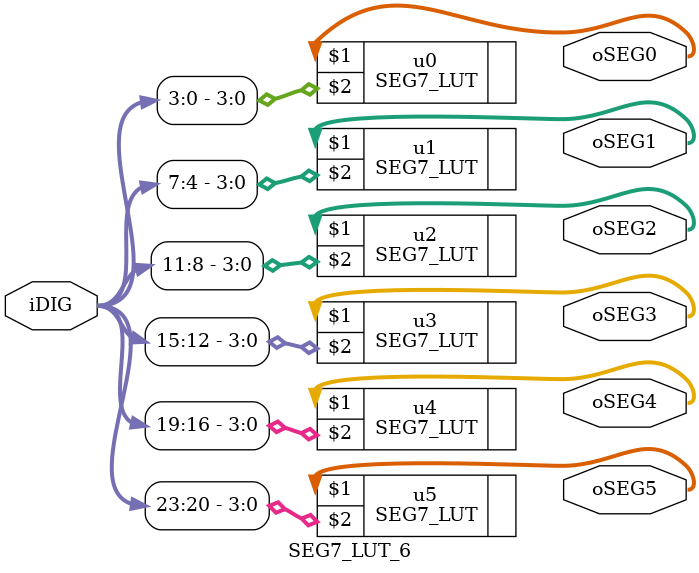
<source format=v>

module SEG7_LUT_6 ( oSEG0,oSEG1,oSEG2,oSEG3,oSEG4,oSEG5,iDIG );
input   [23:0]  iDIG;
output  [6:0]   oSEG0,oSEG1,oSEG2,oSEG3,oSEG4,oSEG5;

SEG7_LUT    u0  (   oSEG0,iDIG[3:0]     );
SEG7_LUT    u1  (   oSEG1,iDIG[7:4]     );
SEG7_LUT    u2  (   oSEG2,iDIG[11:8]    );
SEG7_LUT    u3  (   oSEG3,iDIG[15:12]   );
SEG7_LUT    u4  (   oSEG4,iDIG[19:16]   );
SEG7_LUT    u5  (   oSEG5,iDIG[23:20]   );


endmodule
</source>
